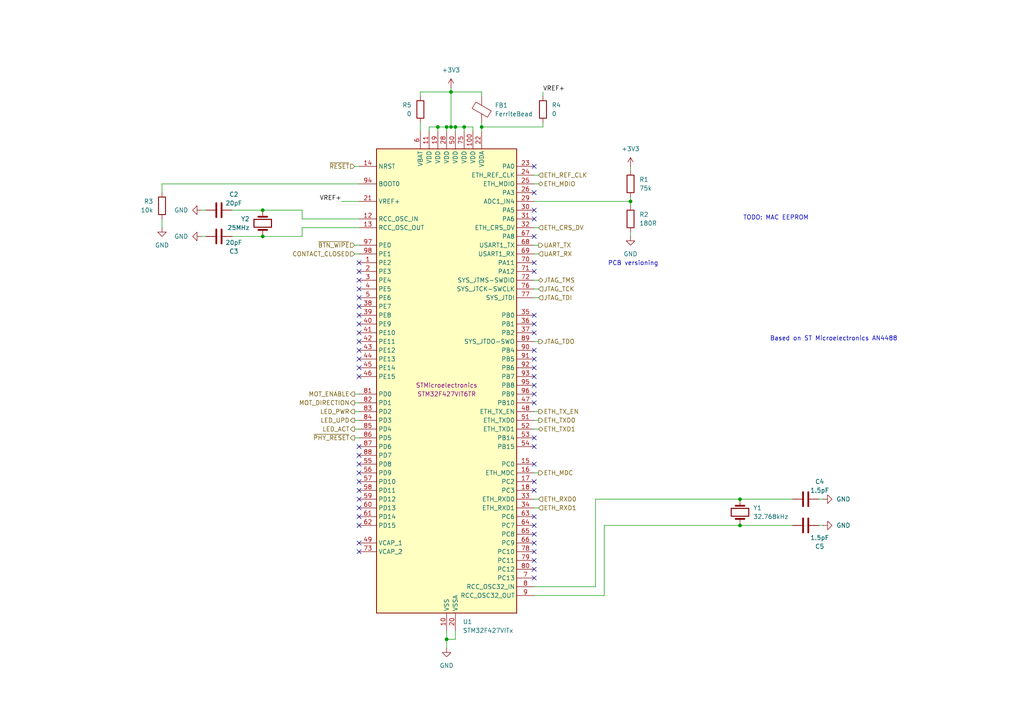
<source format=kicad_sch>
(kicad_sch (version 20250114) (generator "eeschema") (generator_version "9.0")
  (paper "A4")
  (title_block (title "iot-contact"))
  (lib_symbols
    (symbol "Device:C" (pin_numbers (hide yes)) (pin_names (offset 0.254))
      (property "Reference" "C" (at 0.635 2.54 0))
      (property "Value" "C" (at 0.635 -2.54 0))
      (symbol "C_0_1"
        (polyline (pts (xy -2.032 0.762) (xy 2.032 0.762)) (stroke (width 0.508)))
        (polyline (pts (xy -2.032 -0.762) (xy 2.032 -0.762)) (stroke (width 0.508)))
      )
      (symbol "C_1_1"
        (pin passive line (at 0 3.81 270) (length 2.794) (name "~") (number "1"))
        (pin passive line (at 0 -3.81 90) (length 2.794) (name "~") (number "2"))
      )
    )
    (symbol "Device:Crystal" (pin_numbers (hide yes)) (pin_names (offset 1.016) (hide yes))
      (property "Reference" "Y" (at 0 3.81 0))
      (property "Value" "Crystal" (at 0 -3.81 0))
      (symbol "Crystal_0_1"
        (polyline (pts (xy -2.54 0) (xy -1.905 0)))
        (polyline (pts (xy -1.905 -1.27) (xy -1.905 1.27)) (stroke (width 0.508)))
        (rectangle (start -1.143 2.54) (end 1.143 -2.54) (stroke (width 0.3048)))
        (polyline (pts (xy 1.905 -1.27) (xy 1.905 1.27)) (stroke (width 0.508)))
        (polyline (pts (xy 2.54 0) (xy 1.905 0)))
      )
      (symbol "Crystal_1_1"
        (pin passive line (at -3.81 0 0) (length 1.27) (name "1") (number "1"))
        (pin passive line (at 3.81 0 180) (length 1.27) (name "2") (number "2"))
      )
    )
    (symbol "Device:FerriteBead" (pin_numbers (hide yes)) (pin_names (offset 0))
      (property "Reference" "FB" (at -3.81 0.635 90))
      (property "Value" "FerriteBead" (at 3.81 0 90))
      (symbol "FerriteBead_0_1"
        (polyline (pts (xy -2.7686 0.4064) (xy -1.7018 2.2606) (xy 2.7686 -0.3048) (xy 1.6764 -2.159) (xy -2.7686 0.4064)))
        (polyline (pts (xy 0 1.27) (xy 0 1.2954)))
        (polyline (pts (xy 0 -1.27) (xy 0 -1.2192)))
      )
      (symbol "FerriteBead_1_1"
        (pin passive line (at 0 3.81 270) (length 2.54) (name "~") (number "1"))
        (pin passive line (at 0 -3.81 90) (length 2.54) (name "~") (number "2"))
      )
    )
    (symbol "Device:R" (pin_numbers (hide yes)) (pin_names (offset 0))
      (property "Reference" "R" (at 2.032 0 90))
      (property "Value" "R" (at 0 0 90))
      (symbol "R_0_1"
        (rectangle (start -1.016 -2.54) (end 1.016 2.54) (stroke (width 0.254)))
      )
      (symbol "R_1_1"
        (pin passive line (at 0 3.81 270) (length 1.27) (name "~") (number "1"))
        (pin passive line (at 0 -3.81 90) (length 1.27) (name "~") (number "2"))
      )
    )
    (symbol "MCU_ST_STM32F4:STM32F427VITx"
      (property "Reference" "U" (at -20.32 69.85 0))
      (property "Value" "STM32F427VITx" (at 12.7 69.85 0))
      (symbol "STM32F427VITx_0_1"
        (rectangle (start -20.32 -66.04) (end 20.32 68.58) (stroke (width 0.254)) (fill (type background)))
      )
      (symbol "STM32F427VITx_1_1"
        (pin input line (at -25.4 63.5 0) (length 5.08) (name "NRST") (number "14"))
        (pin input line (at -25.4 58.42 0) (length 5.08) (name "BOOT0") (number "94"))
        (pin input line (at -25.4 53.34 0) (length 5.08) (name "VREF+") (number "21"))
        (pin bidirectional line (at -25.4 48.26 0) (length 5.08) (name "PH0") (number "12") (alternate "RCC_OSC_IN" bidirectional line))
        (pin bidirectional line (at -25.4 45.72 0) (length 5.08) (name "PH1") (number "13") (alternate "RCC_OSC_OUT" bidirectional line))
        (pin bidirectional line (at -25.4 40.64 0) (length 5.08) (name "PE0") (number "97"))
        (pin bidirectional line (at -25.4 38.1 0) (length 5.08) (name "PE1") (number "98"))
        (pin bidirectional line (at -25.4 35.56 0) (length 5.08) (name "PE2") (number "1"))
        (pin bidirectional line (at -25.4 33.02 0) (length 5.08) (name "PE3") (number "2"))
        (pin bidirectional line (at -25.4 30.48 0) (length 5.08) (name "PE4") (number "3"))
        (pin bidirectional line (at -25.4 27.94 0) (length 5.08) (name "PE5") (number "4"))
        (pin bidirectional line (at -25.4 25.4 0) (length 5.08) (name "PE6") (number "5"))
        (pin bidirectional line (at -25.4 22.86 0) (length 5.08) (name "PE7") (number "38"))
        (pin bidirectional line (at -25.4 20.32 0) (length 5.08) (name "PE8") (number "39"))
        (pin bidirectional line (at -25.4 17.78 0) (length 5.08) (name "PE9") (number "40"))
        (pin bidirectional line (at -25.4 15.24 0) (length 5.08) (name "PE10") (number "41"))
        (pin bidirectional line (at -25.4 12.7 0) (length 5.08) (name "PE11") (number "42"))
        (pin bidirectional line (at -25.4 10.16 0) (length 5.08) (name "PE12") (number "43"))
        (pin bidirectional line (at -25.4 7.62 0) (length 5.08) (name "PE13") (number "44"))
        (pin bidirectional line (at -25.4 5.08 0) (length 5.08) (name "PE14") (number "45"))
        (pin bidirectional line (at -25.4 2.54 0) (length 5.08) (name "PE15") (number "46"))
        (pin bidirectional line (at -25.4 -2.54 0) (length 5.08) (name "PD0") (number "81"))
        (pin bidirectional line (at -25.4 -5.08 0) (length 5.08) (name "PD1") (number "82"))
        (pin bidirectional line (at -25.4 -7.62 0) (length 5.08) (name "PD2") (number "83"))
        (pin bidirectional line (at -25.4 -10.16 0) (length 5.08) (name "PD3") (number "84"))
        (pin bidirectional line (at -25.4 -12.7 0) (length 5.08) (name "PD4") (number "85"))
        (pin bidirectional line (at -25.4 -15.24 0) (length 5.08) (name "PD5") (number "86"))
        (pin bidirectional line (at -25.4 -17.78 0) (length 5.08) (name "PD6") (number "87"))
        (pin bidirectional line (at -25.4 -20.32 0) (length 5.08) (name "PD7") (number "88"))
        (pin bidirectional line (at -25.4 -22.86 0) (length 5.08) (name "PD8") (number "55"))
        (pin bidirectional line (at -25.4 -25.4 0) (length 5.08) (name "PD9") (number "56"))
        (pin bidirectional line (at -25.4 -27.94 0) (length 5.08) (name "PD10") (number "57"))
        (pin bidirectional line (at -25.4 -30.48 0) (length 5.08) (name "PD11") (number "58"))
        (pin bidirectional line (at -25.4 -33.02 0) (length 5.08) (name "PD12") (number "59"))
        (pin bidirectional line (at -25.4 -35.56 0) (length 5.08) (name "PD13") (number "60"))
        (pin bidirectional line (at -25.4 -38.1 0) (length 5.08) (name "PD14") (number "61"))
        (pin bidirectional line (at -25.4 -40.64 0) (length 5.08) (name "PD15") (number "62"))
        (pin power_out line (at -25.4 -45.72 0) (length 5.08) (name "VCAP_1") (number "49"))
        (pin power_out line (at -25.4 -48.26 0) (length 5.08) (name "VCAP_2") (number "73"))
        (pin power_in line (at -7.62 73.66 270) (length 5.08) (name "VBAT") (number "6"))
        (pin power_in line (at -5.08 73.66 270) (length 5.08) (name "VDD") (number "11"))
        (pin power_in line (at -2.54 73.66 270) (length 5.08) (name "VDD") (number "19"))
        (pin power_in line (at 0 73.66 270) (length 5.08) (name "VDD") (number "28"))
        (pin power_in line (at 0 -71.12 90) (length 5.08) (name "VSS") (number "10"))
        (pin passive line (at 0 -71.12 90) (length 5.08) (hide yes) (name "VSS") (number "27"))
        (pin passive line (at 0 -71.12 90) (length 5.08) (hide yes) (name "VSS") (number "74"))
        (pin passive line (at 0 -71.12 90) (length 5.08) (hide yes) (name "VSS") (number "99"))
        (pin power_in line (at 2.54 73.66 270) (length 5.08) (name "VDD") (number "50"))
        (pin power_in line (at 2.54 -71.12 90) (length 5.08) (name "VSSA") (number "20"))
        (pin power_in line (at 5.08 73.66 270) (length 5.08) (name "VDD") (number "75"))
        (pin power_in line (at 7.62 73.66 270) (length 5.08) (name "VDD") (number "100"))
        (pin power_in line (at 10.16 73.66 270) (length 5.08) (name "VDDA") (number "22"))
        (pin bidirectional line (at 25.4 63.5 180) (length 5.08) (name "PA0") (number "23"))
        (pin bidirectional line (at 25.4 60.96 180) (length 5.08) (name "PA1") (number "24") (alternate "ETH_REF_CLK" bidirectional line))
        (pin bidirectional line (at 25.4 58.42 180) (length 5.08) (name "PA2") (number "25") (alternate "ETH_MDIO" bidirectional line))
        (pin bidirectional line (at 25.4 55.88 180) (length 5.08) (name "PA3") (number "26"))
        (pin bidirectional line (at 25.4 53.34 180) (length 5.08) (name "PA4") (number "29") (alternate "ADC1_IN4" bidirectional line))
        (pin bidirectional line (at 25.4 50.8 180) (length 5.08) (name "PA5") (number "30"))
        (pin bidirectional line (at 25.4 48.26 180) (length 5.08) (name "PA6") (number "31"))
        (pin bidirectional line (at 25.4 45.72 180) (length 5.08) (name "PA7") (number "32") (alternate "ETH_CRS_DV" bidirectional line))
        (pin bidirectional line (at 25.4 43.18 180) (length 5.08) (name "PA8") (number "67"))
        (pin bidirectional line (at 25.4 40.64 180) (length 5.08) (name "PA9") (number "68") (alternate "USART1_TX" bidirectional line))
        (pin bidirectional line (at 25.4 38.1 180) (length 5.08) (name "PA10") (number "69") (alternate "USART1_RX" bidirectional line))
        (pin bidirectional line (at 25.4 35.56 180) (length 5.08) (name "PA11") (number "70"))
        (pin bidirectional line (at 25.4 33.02 180) (length 5.08) (name "PA12") (number "71"))
        (pin bidirectional line (at 25.4 30.48 180) (length 5.08) (name "PA13") (number "72") (alternate "SYS_JTMS-SWDIO" bidirectional line))
        (pin bidirectional line (at 25.4 27.94 180) (length 5.08) (name "PA14") (number "76") (alternate "SYS_JTCK-SWCLK" bidirectional line))
        (pin bidirectional line (at 25.4 25.4 180) (length 5.08) (name "PA15") (number "77") (alternate "SYS_JTDI" bidirectional line))
        (pin bidirectional line (at 25.4 20.32 180) (length 5.08) (name "PB0") (number "35"))
        (pin bidirectional line (at 25.4 17.78 180) (length 5.08) (name "PB1") (number "36"))
        (pin bidirectional line (at 25.4 15.24 180) (length 5.08) (name "PB2") (number "37"))
        (pin bidirectional line (at 25.4 12.7 180) (length 5.08) (name "PB3") (number "89") (alternate "SYS_JTDO-SWO" bidirectional line))
        (pin bidirectional line (at 25.4 10.16 180) (length 5.08) (name "PB4") (number "90"))
        (pin bidirectional line (at 25.4 7.62 180) (length 5.08) (name "PB5") (number "91"))
        (pin bidirectional line (at 25.4 5.08 180) (length 5.08) (name "PB6") (number "92") (alternate "USART1_TX" bidirectional line))
        (pin bidirectional line (at 25.4 2.54 180) (length 5.08) (name "PB7") (number "93") (alternate "USART1_RX" bidirectional line))
        (pin bidirectional line (at 25.4 0 180) (length 5.08) (name "PB8") (number "95"))
        (pin bidirectional line (at 25.4 -2.54 180) (length 5.08) (name "PB9") (number "96"))
        (pin bidirectional line (at 25.4 -5.08 180) (length 5.08) (name "PB10") (number "47"))
        (pin bidirectional line (at 25.4 -7.62 180) (length 5.08) (name "PB11") (number "48") (alternate "ETH_TX_EN" bidirectional line))
        (pin bidirectional line (at 25.4 -10.16 180) (length 5.08) (name "PB12") (number "51") (alternate "ETH_TXD0" bidirectional line))
        (pin bidirectional line (at 25.4 -12.7 180) (length 5.08) (name "PB13") (number "52") (alternate "ETH_TXD1" bidirectional line))
        (pin bidirectional line (at 25.4 -15.24 180) (length 5.08) (name "PB14") (number "53"))
        (pin bidirectional line (at 25.4 -17.78 180) (length 5.08) (name "PB15") (number "54"))
        (pin bidirectional line (at 25.4 -22.86 180) (length 5.08) (name "PC0") (number "15"))
        (pin bidirectional line (at 25.4 -25.4 180) (length 5.08) (name "PC1") (number "16") (alternate "ETH_MDC" bidirectional line))
        (pin bidirectional line (at 25.4 -27.94 180) (length 5.08) (name "PC2") (number "17"))
        (pin bidirectional line (at 25.4 -30.48 180) (length 5.08) (name "PC3") (number "18"))
        (pin bidirectional line (at 25.4 -33.02 180) (length 5.08) (name "PC4") (number "33") (alternate "ETH_RXD0" bidirectional line))
        (pin bidirectional line (at 25.4 -35.56 180) (length 5.08) (name "PC5") (number "34") (alternate "ETH_RXD1" bidirectional line))
        (pin bidirectional line (at 25.4 -38.1 180) (length 5.08) (name "PC6") (number "63"))
        (pin bidirectional line (at 25.4 -40.64 180) (length 5.08) (name "PC7") (number "64"))
        (pin bidirectional line (at 25.4 -43.18 180) (length 5.08) (name "PC8") (number "65"))
        (pin bidirectional line (at 25.4 -45.72 180) (length 5.08) (name "PC9") (number "66"))
        (pin bidirectional line (at 25.4 -48.26 180) (length 5.08) (name "PC10") (number "78"))
        (pin bidirectional line (at 25.4 -50.8 180) (length 5.08) (name "PC11") (number "79"))
        (pin bidirectional line (at 25.4 -53.34 180) (length 5.08) (name "PC12") (number "80"))
        (pin bidirectional line (at 25.4 -55.88 180) (length 5.08) (name "PC13") (number "7"))
        (pin bidirectional line (at 25.4 -58.42 180) (length 5.08) (name "PC14") (number "8") (alternate "RCC_OSC32_IN" bidirectional line))
        (pin bidirectional line (at 25.4 -60.96 180) (length 5.08) (name "PC15") (number "9") (alternate "RCC_OSC32_OUT" bidirectional line))
      )
    )
    (symbol "power:+3V3" (power) (pin_numbers (hide yes)) (pin_names (offset 0) (hide yes))
      (property "Value" "+3V3" (at 0 3.556 0))
      (symbol "+3V3_0_1"
        (polyline (pts (xy -0.762 1.27) (xy 0 2.54)))
        (polyline (pts (xy 0 2.54) (xy 0.762 1.27)))
        (polyline (pts (xy 0 0) (xy 0 2.54)))
      )
      (symbol "+3V3_1_1"
        (pin power_in line (at 0 0 90) (length 0) (name "~") (number "1"))
      )
    )
    (symbol "power:GND" (power) (pin_numbers (hide yes)) (pin_names (offset 0) (hide yes))
      (property "Value" "GND" (at 0 -3.81 0))
      (symbol "GND_0_1"
        (polyline (pts (xy 0 0) (xy 0 -1.27) (xy 1.27 -1.27) (xy 0 -2.54) (xy -1.27 -1.27) (xy 0 -1.27)))
      )
      (symbol "GND_1_1"
        (pin power_in line (at 0 0 270) (length 0) (name "~") (number "1"))
      )
    )
  )
  (text "PCB versioning" (at 183.642 76.454 0) (effects (font (size 1.27 1.27))))
  (text "Based on ST Microelectronics AN4488" (at 241.808 98.298 0) (effects (font (size 1.27 1.27))))
  (text "TODO: MAC EEPROM" (at 225.044 63.246 0) (effects (font (size 1.27 1.27))))
  (junction (at 130.81 26.67))
  (junction (at 129.54 185.42))
  (junction (at 132.08 36.83))
  (junction (at 76.2 68.58))
  (junction (at 214.63 144.78))
  (junction (at 139.7 36.83))
  (junction (at 214.63 152.4))
  (junction (at 129.54 36.83))
  (junction (at 130.81 36.83))
  (junction (at 182.88 58.42))
  (junction (at 127 36.83))
  (junction (at 134.62 36.83))
  (junction (at 76.2 60.96))
  (no_connect (at 154.94 149.86))
  (no_connect (at 104.14 88.9))
  (no_connect (at 104.14 152.4))
  (no_connect (at 154.94 114.3))
  (no_connect (at 154.94 109.22))
  (no_connect (at 154.94 142.24))
  (no_connect (at 104.14 160.02))
  (no_connect (at 154.94 167.64))
  (no_connect (at 104.14 149.86))
  (no_connect (at 104.14 132.08))
  (no_connect (at 104.14 142.24))
  (no_connect (at 154.94 139.7))
  (no_connect (at 154.94 127))
  (no_connect (at 104.14 101.6))
  (no_connect (at 154.94 76.2))
  (no_connect (at 154.94 96.52))
  (no_connect (at 104.14 91.44))
  (no_connect (at 154.94 129.54))
  (no_connect (at 104.14 144.78))
  (no_connect (at 154.94 55.88))
  (no_connect (at 104.14 137.16))
  (no_connect (at 104.14 81.28))
  (no_connect (at 104.14 139.7))
  (no_connect (at 104.14 109.22))
  (no_connect (at 154.94 78.74))
  (no_connect (at 154.94 91.44))
  (no_connect (at 104.14 134.62))
  (no_connect (at 154.94 134.62))
  (no_connect (at 104.14 76.2))
  (no_connect (at 104.14 157.48))
  (no_connect (at 154.94 106.68))
  (no_connect (at 154.94 162.56))
  (no_connect (at 104.14 93.98))
  (no_connect (at 154.94 157.48))
  (no_connect (at 154.94 93.98))
  (no_connect (at 154.94 60.96))
  (no_connect (at 154.94 104.14))
  (no_connect (at 154.94 101.6))
  (no_connect (at 104.14 147.32))
  (no_connect (at 154.94 63.5))
  (no_connect (at 104.14 86.36))
  (no_connect (at 104.14 83.82))
  (no_connect (at 104.14 104.14))
  (no_connect (at 154.94 160.02))
  (no_connect (at 154.94 68.58))
  (no_connect (at 154.94 154.94))
  (no_connect (at 154.94 48.26))
  (no_connect (at 154.94 111.76))
  (no_connect (at 154.94 165.1))
  (no_connect (at 104.14 129.54))
  (no_connect (at 104.14 78.74))
  (no_connect (at 104.14 106.68))
  (no_connect (at 104.14 96.52))
  (no_connect (at 154.94 152.4))
  (no_connect (at 154.94 116.84))
  (no_connect (at 104.14 99.06))
  (wire (pts (xy 134.62 38.1) (xy 134.62 36.83)))
  (wire (pts (xy 154.94 50.8) (xy 156.21 50.8)))
  (wire (pts (xy 46.99 63.5) (xy 46.99 66.04)))
  (wire (pts (xy 154.94 119.38) (xy 156.21 119.38)))
  (wire (pts (xy 127 36.83) (xy 127 38.1)))
  (wire (pts (xy 102.87 127) (xy 104.14 127)))
  (wire (pts (xy 137.16 36.83) (xy 134.62 36.83)))
  (wire (pts (xy 132.08 182.88) (xy 132.08 185.42)))
  (wire (pts (xy 175.26 152.4) (xy 175.26 172.72)))
  (wire (pts (xy 175.26 172.72) (xy 154.94 172.72)))
  (wire (pts (xy 157.48 36.83) (xy 139.7 36.83)))
  (wire (pts (xy 172.72 170.18) (xy 172.72 144.78)))
  (wire (pts (xy 58.42 68.58) (xy 59.69 68.58)))
  (wire (pts (xy 137.16 38.1) (xy 137.16 36.83)))
  (wire (pts (xy 182.88 57.15) (xy 182.88 58.42)))
  (wire (pts (xy 154.94 99.06) (xy 156.21 99.06)))
  (wire (pts (xy 182.88 67.31) (xy 182.88 68.58)))
  (wire (pts (xy 154.94 58.42) (xy 182.88 58.42)))
  (wire (pts (xy 87.63 68.58) (xy 76.2 68.58)))
  (wire (pts (xy 237.49 152.4) (xy 238.76 152.4)))
  (wire (pts (xy 99.06 58.42) (xy 104.14 58.42)))
  (wire (pts (xy 154.94 73.66) (xy 156.21 73.66)))
  (wire (pts (xy 87.63 66.04) (xy 87.63 68.58)))
  (wire (pts (xy 139.7 36.83) (xy 139.7 38.1)))
  (wire (pts (xy 154.94 137.16) (xy 156.21 137.16)))
  (wire (pts (xy 214.63 144.78) (xy 229.87 144.78)))
  (wire (pts (xy 130.81 26.67) (xy 130.81 25.4)))
  (wire (pts (xy 129.54 38.1) (xy 129.54 36.83)))
  (wire (pts (xy 102.87 48.26) (xy 104.14 48.26)))
  (wire (pts (xy 154.94 124.46) (xy 156.21 124.46)))
  (wire (pts (xy 124.46 36.83) (xy 124.46 38.1)))
  (wire (pts (xy 67.31 68.58) (xy 76.2 68.58)))
  (wire (pts (xy 58.42 60.96) (xy 59.69 60.96)))
  (wire (pts (xy 104.14 66.04) (xy 87.63 66.04)))
  (wire (pts (xy 139.7 27.94) (xy 139.7 26.67)))
  (wire (pts (xy 102.87 73.66) (xy 104.14 73.66)))
  (wire (pts (xy 157.48 26.67) (xy 157.48 27.94)))
  (wire (pts (xy 129.54 36.83) (xy 130.81 36.83)))
  (wire (pts (xy 130.81 36.83) (xy 132.08 36.83)))
  (wire (pts (xy 139.7 35.56) (xy 139.7 36.83)))
  (wire (pts (xy 132.08 36.83) (xy 132.08 38.1)))
  (wire (pts (xy 182.88 48.26) (xy 182.88 49.53)))
  (wire (pts (xy 154.94 170.18) (xy 172.72 170.18)))
  (wire (pts (xy 157.48 35.56) (xy 157.48 36.83)))
  (wire (pts (xy 154.94 86.36) (xy 156.21 86.36)))
  (wire (pts (xy 127 36.83) (xy 124.46 36.83)))
  (wire (pts (xy 102.87 121.92) (xy 104.14 121.92)))
  (wire (pts (xy 154.94 81.28) (xy 156.21 81.28)))
  (wire (pts (xy 67.31 60.96) (xy 76.2 60.96)))
  (wire (pts (xy 102.87 124.46) (xy 104.14 124.46)))
  (wire (pts (xy 134.62 36.83) (xy 132.08 36.83)))
  (wire (pts (xy 154.94 144.78) (xy 156.21 144.78)))
  (wire (pts (xy 237.49 144.78) (xy 238.76 144.78)))
  (wire (pts (xy 102.87 114.3) (xy 104.14 114.3)))
  (wire (pts (xy 121.92 27.94) (xy 121.92 26.67)))
  (wire (pts (xy 139.7 26.67) (xy 130.81 26.67)))
  (wire (pts (xy 46.99 55.88) (xy 46.99 53.34)))
  (wire (pts (xy 182.88 58.42) (xy 182.88 59.69)))
  (wire (pts (xy 121.92 26.67) (xy 130.81 26.67)))
  (wire (pts (xy 104.14 63.5) (xy 87.63 63.5)))
  (wire (pts (xy 154.94 147.32) (xy 156.21 147.32)))
  (wire (pts (xy 172.72 144.78) (xy 214.63 144.78)))
  (wire (pts (xy 46.99 53.34) (xy 104.14 53.34)))
  (wire (pts (xy 129.54 185.42) (xy 129.54 187.96)))
  (wire (pts (xy 129.54 182.88) (xy 129.54 185.42)))
  (wire (pts (xy 87.63 63.5) (xy 87.63 60.96)))
  (wire (pts (xy 214.63 152.4) (xy 229.87 152.4)))
  (wire (pts (xy 154.94 66.04) (xy 156.21 66.04)))
  (wire (pts (xy 130.81 36.83) (xy 130.81 26.67)))
  (wire (pts (xy 154.94 83.82) (xy 156.21 83.82)))
  (wire (pts (xy 102.87 71.12) (xy 104.14 71.12)))
  (wire (pts (xy 154.94 121.92) (xy 156.21 121.92)))
  (wire (pts (xy 154.94 71.12) (xy 156.21 71.12)))
  (wire (pts (xy 121.92 35.56) (xy 121.92 38.1)))
  (wire (pts (xy 154.94 53.34) (xy 156.21 53.34)))
  (wire (pts (xy 87.63 60.96) (xy 76.2 60.96)))
  (wire (pts (xy 129.54 36.83) (xy 127 36.83)))
  (wire (pts (xy 214.63 152.4) (xy 175.26 152.4)))
  (wire (pts (xy 102.87 116.84) (xy 104.14 116.84)))
  (wire (pts (xy 132.08 185.42) (xy 129.54 185.42)))
  (wire (pts (xy 102.87 119.38) (xy 104.14 119.38)))
  (label "VREF+" (at 157.48 26.67 0))
  (label "VREF+" (at 99.06 58.42 180))
  (hierarchical_label "~{RESET}" (shape input) (at 102.87 48.26 180))
  (hierarchical_label "ETH_REF_CLK" (shape input) (at 156.21 50.8 0))
  (hierarchical_label "MOT_ENABLE" (shape output) (at 102.87 114.3 180))
  (hierarchical_label "UART_TX" (shape output) (at 156.21 71.12 0))
  (hierarchical_label "ETH_TXD1" (shape bidirectional) (at 156.21 124.46 0))
  (hierarchical_label "LED_UPD" (shape output) (at 102.87 121.92 180))
  (hierarchical_label "JTAG_TMS" (shape bidirectional) (at 156.21 81.28 0))
  (hierarchical_label "~{BTN_WIPE}" (shape input) (at 102.87 71.12 180))
  (hierarchical_label "JTAG_TDI" (shape input) (at 156.21 86.36 0))
  (hierarchical_label "LED_PWR" (shape output) (at 102.87 119.38 180))
  (hierarchical_label "LED_ACT" (shape output) (at 102.87 124.46 180))
  (hierarchical_label "MOT_DIRECTION" (shape output) (at 102.87 116.84 180))
  (hierarchical_label "ETH_RXD1" (shape input) (at 156.21 147.32 0))
  (hierarchical_label "JTAG_TCK" (shape input) (at 156.21 83.82 0))
  (hierarchical_label "ETH_CRS_DV" (shape input) (at 156.21 66.04 0))
  (hierarchical_label "ETH_TXD0" (shape output) (at 156.21 121.92 0))
  (hierarchical_label "ETH_TX_EN" (shape output) (at 156.21 119.38 0))
  (hierarchical_label "ETH_RXD0" (shape input) (at 156.21 144.78 0))
  (hierarchical_label "JTAG_TDO" (shape output) (at 156.21 99.06 0))
  (hierarchical_label "ETH_MDIO" (shape bidirectional) (at 156.21 53.34 0))
  (hierarchical_label "~{PHY_RESET}" (shape output) (at 102.87 127 180))
  (hierarchical_label "UART_RX" (shape input) (at 156.21 73.66 0))
  (hierarchical_label "ETH_MDC" (shape output) (at 156.21 137.16 0))
  (hierarchical_label "CONTACT_CLOSED" (shape input) (at 102.87 73.66 180))
  (symbol (lib_id "Device:C") (at 63.5 60.96 90) (unit 1)
    (property "Reference" "C2" (at 67.818 56.388 90))
    (property "Value" "20pF" (at 67.818 58.928 90))
    (property "Description" "Unpolarized capacitor" (effects (hide yes)))
  )
  (symbol (lib_id "Device:R") (at 182.88 63.5 0) (unit 1)
    (property "Reference" "R2" (at 185.42 62.2299 0) (effects (justify left)))
    (property "Value" "180R" (at 185.42 64.7699 0) (effects (justify left)))
    (property "Description" "Resistor" (effects (hide yes)))
  )
  (symbol (lib_id "Device:R") (at 46.99 59.69 0) (mirror y) (unit 1)
    (property "Reference" "R3" (at 44.45 58.4199 0) (effects (justify left)))
    (property "Value" "10k" (at 44.45 60.9599 0) (effects (justify left)))
    (property "Description" "Resistor" (effects (hide yes)))
  )
  (symbol (lib_id "power:GND") (at 58.42 68.58 270) (unit 1)
    (property "Reference" "#PWR016" (effects (hide yes)))
    (property "Value" "GND" (at 54.61 68.5799 90) (effects (justify right)))
    (property "Description" "Power symbol creates a global label with name \"GND\" , ground" (effects (hide yes)))
  )
  (symbol (lib_id "Device:R") (at 182.88 53.34 0) (unit 1)
    (property "Reference" "R1" (at 185.42 52.0699 0) (effects (justify left)))
    (property "Value" "75k" (at 185.42 54.6099 0) (effects (justify left)))
    (property "Description" "Resistor" (effects (hide yes)))
  )
  (symbol (lib_id "power:+3V3") (at 130.81 25.4 0) (unit 1)
    (property "Reference" "#PWR012" (effects (hide yes)))
    (property "Value" "+3V3" (at 130.81 20.32 0))
    (property "Description" "Power symbol creates a global label with name \"+3V3\"" (effects (hide yes)))
  )
  (symbol (lib_id "MCU_ST_STM32F4:STM32F427VITx") (at 129.54 111.76 0) (unit 1)
    (property "Reference" "U1" (at 134.2233 180.34 0) (effects (justify left)))
    (property "Value" "STM32F427VITx" (at 134.2233 182.88 0) (effects (justify left)))
    (property "Footprint" "Package_QFP:LQFP-100_14x14mm_P0.5mm" (effects (hide yes)))
    (property "Datasheet" "https://www.st.com/resource/en/datasheet/stm32f427vi.pdf" (effects (hide yes)))
    (property "Description" "STMicroelectronics Arm Cortex-M4 MCU, 2048KB flash, 256KB RAM, 180 MHz, 1.8-3.6V, 82 GPIO, LQFP100" (effects (hide yes)))
    (property "MPN" "STM32F427VIT6TR" (at 129.54 114.3 0))
    (property "Manufacturer" "STMicroelectronics" (at 129.54 111.76 0))
    (pin "48" (alternate "ETH_TX_EN"))
    (pin "9" (alternate "RCC_OSC32_OUT"))
    (pin "8" (alternate "RCC_OSC32_IN"))
    (pin "76" (alternate "SYS_JTCK-SWCLK"))
    (pin "32" (alternate "ETH_CRS_DV"))
    (pin "77" (alternate "SYS_JTDI"))
    (pin "68" (alternate "USART1_TX"))
    (pin "72" (alternate "SYS_JTMS-SWDIO"))
    (pin "69" (alternate "USART1_RX"))
    (pin "33" (alternate "ETH_RXD0"))
    (pin "12" (alternate "RCC_OSC_IN"))
    (pin "13" (alternate "RCC_OSC_OUT"))
    (pin "52" (alternate "ETH_TXD1"))
    (pin "51" (alternate "ETH_TXD0"))
    (pin "89" (alternate "SYS_JTDO-SWO"))
    (pin "25" (alternate "ETH_MDIO"))
    (pin "24" (alternate "ETH_REF_CLK"))
    (pin "34" (alternate "ETH_RXD1"))
    (pin "29" (alternate "ADC1_IN4"))
    (pin "16" (alternate "ETH_MDC"))
  )
  (symbol (lib_id "Device:C") (at 233.68 144.78 90) (unit 1)
    (property "Reference" "C4" (at 237.744 139.7 90))
    (property "Value" "1.5pF" (at 237.744 142.24 90))
    (property "Description" "Unpolarized capacitor" (effects (hide yes)))
  )
  (symbol (lib_id "power:GND") (at 58.42 60.96 270) (unit 1)
    (property "Reference" "#PWR015" (effects (hide yes)))
    (property "Value" "GND" (at 54.61 60.9599 90) (effects (justify right)))
    (property "Description" "Power symbol creates a global label with name \"GND\" , ground" (effects (hide yes)))
  )
  (symbol (lib_id "Device:Crystal") (at 214.63 148.59 90) (unit 1)
    (property "Reference" "Y1" (at 218.44 147.3199 90) (effects (justify right)))
    (property "Value" "32.768kHz" (at 218.44 149.8599 90) (effects (justify right)))
    (property "Description" "Two pin crystal" (effects (hide yes)))
  )
  (symbol (lib_id "power:GND") (at 46.99 66.04 0) (unit 1)
    (property "Reference" "#PWR014" (effects (hide yes)))
    (property "Value" "GND" (at 46.99 71.12 0))
    (property "Description" "Power symbol creates a global label with name \"GND\" , ground" (effects (hide yes)))
  )
  (symbol (lib_id "Device:R") (at 121.92 31.75 0) (mirror y) (unit 1)
    (property "Reference" "R5" (at 119.38 30.4799 0) (effects (justify left)))
    (property "Value" "0" (at 119.38 33.0199 0) (effects (justify left)))
    (property "Description" "Resistor" (effects (hide yes)))
  )
  (symbol (lib_id "power:+3V3") (at 182.88 48.26 0) (unit 1)
    (property "Reference" "#PWR09" (effects (hide yes)))
    (property "Value" "+3V3" (at 182.88 43.18 0))
    (property "Description" "Power symbol creates a global label with name \"+3V3\"" (effects (hide yes)))
  )
  (symbol (lib_id "Device:C") (at 233.68 152.4 90) (mirror x) (unit 1)
    (property "Reference" "C5" (at 237.744 158.496 90))
    (property "Value" "1.5pF" (at 237.744 155.956 90))
    (property "Description" "Unpolarized capacitor" (effects (hide yes)))
  )
  (symbol (lib_id "Device:C") (at 63.5 68.58 90) (mirror x) (unit 1)
    (property "Reference" "C3" (at 67.818 72.898 90))
    (property "Value" "20pF" (at 67.818 70.358 90))
    (property "Description" "Unpolarized capacitor" (effects (hide yes)))
  )
  (symbol (lib_id "Device:FerriteBead") (at 139.7 31.75 180) (unit 1)
    (property "Reference" "FB1" (at 143.51 30.5307 0) (effects (justify right)))
    (property "Value" "FerriteBead" (at 143.51 33.0707 0) (effects (justify right)))
    (property "Description" "Ferrite bead" (effects (hide yes)))
  )
  (symbol (lib_id "Device:Crystal") (at 76.2 64.77 270) (mirror x) (unit 1)
    (property "Reference" "Y2" (at 72.39 63.4999 90) (effects (justify right)))
    (property "Value" "25MHz" (at 72.39 66.0399 90) (effects (justify right)))
    (property "Description" "Two pin crystal" (effects (hide yes)))
  )
  (symbol (lib_id "power:GND") (at 182.88 68.58 0) (unit 1)
    (property "Reference" "#PWR010" (effects (hide yes)))
    (property "Value" "GND" (at 182.88 73.66 0))
    (property "Description" "Power symbol creates a global label with name \"GND\" , ground" (effects (hide yes)))
  )
  (symbol (lib_id "power:GND") (at 238.76 152.4 90) (unit 1)
    (property "Reference" "#PWR017" (effects (hide yes)))
    (property "Value" "GND" (at 242.57 152.3999 90) (effects (justify right)))
    (property "Description" "Power symbol creates a global label with name \"GND\" , ground" (effects (hide yes)))
  )
  (symbol (lib_id "power:GND") (at 129.54 187.96 0) (unit 1)
    (property "Reference" "#PWR011" (effects (hide yes)))
    (property "Value" "GND" (at 129.54 193.04 0))
    (property "Description" "Power symbol creates a global label with name \"GND\" , ground" (effects (hide yes)))
  )
  (symbol (lib_id "power:GND") (at 238.76 144.78 90) (unit 1)
    (property "Reference" "#PWR018" (effects (hide yes)))
    (property "Value" "GND" (at 242.57 144.7799 90) (effects (justify right)))
    (property "Description" "Power symbol creates a global label with name \"GND\" , ground" (effects (hide yes)))
  )
  (symbol (lib_id "Device:R") (at 157.48 31.75 0) (unit 1)
    (property "Reference" "R4" (at 160.02 30.4799 0) (effects (justify left)))
    (property "Value" "0" (at 160.02 33.0199 0) (effects (justify left)))
    (property "Description" "Resistor" (effects (hide yes)))
  )
)
</source>
